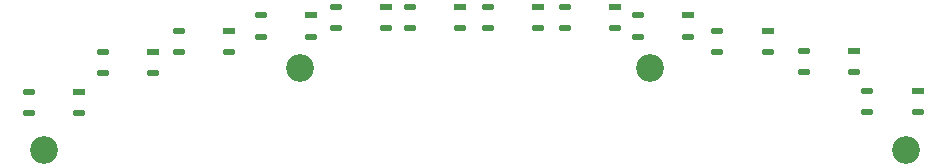
<source format=gbs>
G04*
G04 #@! TF.GenerationSoftware,Altium Limited,Altium Designer,21.3.2 (30)*
G04*
G04 Layer_Color=16711935*
%FSLAX43Y43*%
%MOMM*%
G71*
G04*
G04 #@! TF.SameCoordinates,7B8A77F7-BE70-4231-B636-A4ED740270BE*
G04*
G04*
G04 #@! TF.FilePolarity,Negative*
G04*
G01*
G75*
%ADD23C,2.351*%
%ADD30O,1.051X0.551*%
%ADD31R,1.051X0.551*%
D23*
X23700Y-1120D02*
D03*
X53300D02*
D03*
X2000Y-8100D02*
D03*
X75000D02*
D03*
D30*
X66300Y-1500D02*
D03*
Y300D02*
D03*
X70550Y-1500D02*
D03*
X37200Y2200D02*
D03*
X32950Y4000D02*
D03*
Y2200D02*
D03*
X30950D02*
D03*
X26700Y4000D02*
D03*
Y2200D02*
D03*
X17650Y200D02*
D03*
X13400Y2000D02*
D03*
Y200D02*
D03*
X20350Y1500D02*
D03*
Y3300D02*
D03*
X24600Y1500D02*
D03*
X50350Y2200D02*
D03*
X46100Y4000D02*
D03*
Y2200D02*
D03*
X39550D02*
D03*
Y4000D02*
D03*
X43800Y2200D02*
D03*
X63250Y200D02*
D03*
X59000Y2000D02*
D03*
Y200D02*
D03*
X52290Y1500D02*
D03*
Y3300D02*
D03*
X56540Y1500D02*
D03*
X71700Y-4900D02*
D03*
Y-3100D02*
D03*
X75950Y-4900D02*
D03*
X4950Y-5000D02*
D03*
X700Y-3200D02*
D03*
Y-5000D02*
D03*
X6950Y-1600D02*
D03*
Y200D02*
D03*
X11200Y-1600D02*
D03*
D31*
X70550Y300D02*
D03*
X37200Y4000D02*
D03*
X30950D02*
D03*
X17650Y2000D02*
D03*
X24600Y3300D02*
D03*
X50350Y4000D02*
D03*
X43800D02*
D03*
X63250Y2000D02*
D03*
X56540Y3300D02*
D03*
X75950Y-3100D02*
D03*
X4950Y-3200D02*
D03*
X11200Y200D02*
D03*
M02*

</source>
